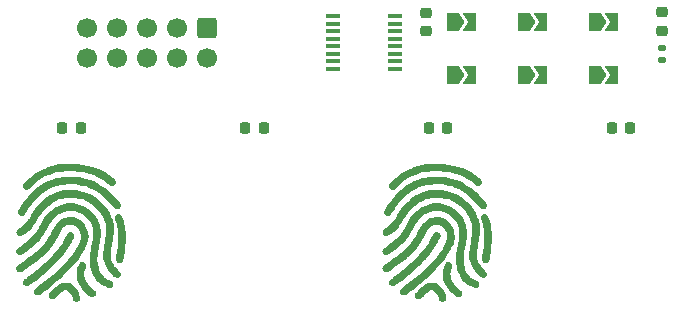
<source format=gbr>
%TF.GenerationSoftware,KiCad,Pcbnew,(6.0.0)*%
%TF.CreationDate,2022-02-23T07:46:14+01:00*%
%TF.ProjectId,4_Touch_Sensor_Board,345f546f-7563-4685-9f53-656e736f725f,rev?*%
%TF.SameCoordinates,Original*%
%TF.FileFunction,Soldermask,Top*%
%TF.FilePolarity,Negative*%
%FSLAX46Y46*%
G04 Gerber Fmt 4.6, Leading zero omitted, Abs format (unit mm)*
G04 Created by KiCad (PCBNEW (6.0.0)) date 2022-02-23 07:46:14*
%MOMM*%
%LPD*%
G01*
G04 APERTURE LIST*
G04 Aperture macros list*
%AMRoundRect*
0 Rectangle with rounded corners*
0 $1 Rounding radius*
0 $2 $3 $4 $5 $6 $7 $8 $9 X,Y pos of 4 corners*
0 Add a 4 corners polygon primitive as box body*
4,1,4,$2,$3,$4,$5,$6,$7,$8,$9,$2,$3,0*
0 Add four circle primitives for the rounded corners*
1,1,$1+$1,$2,$3*
1,1,$1+$1,$4,$5*
1,1,$1+$1,$6,$7*
1,1,$1+$1,$8,$9*
0 Add four rect primitives between the rounded corners*
20,1,$1+$1,$2,$3,$4,$5,0*
20,1,$1+$1,$4,$5,$6,$7,0*
20,1,$1+$1,$6,$7,$8,$9,0*
20,1,$1+$1,$8,$9,$2,$3,0*%
%AMFreePoly0*
4,1,6,1.000000,0.000000,0.500000,-0.750000,-0.500000,-0.750000,-0.500000,0.750000,0.500000,0.750000,1.000000,0.000000,1.000000,0.000000,$1*%
%AMFreePoly1*
4,1,6,0.500000,-0.750000,-0.650000,-0.750000,-0.150000,0.000000,-0.650000,0.750000,0.500000,0.750000,0.500000,-0.750000,0.500000,-0.750000,$1*%
G04 Aperture macros list end*
%ADD10RoundRect,0.225000X-0.225000X-0.250000X0.225000X-0.250000X0.225000X0.250000X-0.225000X0.250000X0*%
%ADD11FreePoly0,0.000000*%
%ADD12FreePoly1,0.000000*%
%ADD13RoundRect,0.135000X0.185000X-0.135000X0.185000X0.135000X-0.185000X0.135000X-0.185000X-0.135000X0*%
%ADD14R,1.200000X0.400000*%
%ADD15RoundRect,0.250000X-0.600000X0.600000X-0.600000X-0.600000X0.600000X-0.600000X0.600000X0.600000X0*%
%ADD16C,1.700000*%
%ADD17RoundRect,0.225000X-0.250000X0.225000X-0.250000X-0.225000X0.250000X-0.225000X0.250000X0.225000X0*%
%ADD18RoundRect,0.218750X0.256250X-0.218750X0.256250X0.218750X-0.256250X0.218750X-0.256250X-0.218750X0*%
G04 APERTURE END LIST*
%TO.C,H1*%
G36*
X87076073Y-77077378D02*
G01*
X87215236Y-77099721D01*
X87219357Y-77100697D01*
X87386188Y-77154523D01*
X87540172Y-77233297D01*
X87681485Y-77337192D01*
X87810300Y-77466382D01*
X87926794Y-77621041D01*
X88031141Y-77801344D01*
X88119058Y-77996239D01*
X88167768Y-78124899D01*
X88201964Y-78232529D01*
X88221996Y-78322462D01*
X88228213Y-78398032D01*
X88220967Y-78462571D01*
X88200606Y-78519414D01*
X88177983Y-78557501D01*
X88117603Y-78621764D01*
X88041768Y-78667577D01*
X87957196Y-78692717D01*
X87870605Y-78694964D01*
X87807623Y-78680009D01*
X87740656Y-78648916D01*
X87687786Y-78608299D01*
X87644988Y-78553197D01*
X87608237Y-78478648D01*
X87579565Y-78398821D01*
X87518464Y-78231761D01*
X87450290Y-78086285D01*
X87375971Y-77963422D01*
X87296435Y-77864206D01*
X87212609Y-77789667D01*
X87125420Y-77740836D01*
X87035797Y-77718745D01*
X86969091Y-77720134D01*
X86885406Y-77742689D01*
X86789382Y-77789647D01*
X86680794Y-77861170D01*
X86559419Y-77957419D01*
X86425031Y-78078555D01*
X86301348Y-78200248D01*
X86233826Y-78267838D01*
X86169928Y-78329781D01*
X86113356Y-78382647D01*
X86067809Y-78423006D01*
X86036986Y-78447427D01*
X86030225Y-78451646D01*
X85965638Y-78472754D01*
X85888811Y-78478445D01*
X85811393Y-78468914D01*
X85749779Y-78446932D01*
X85673404Y-78391545D01*
X85616939Y-78317823D01*
X85582936Y-78230082D01*
X85573595Y-78148646D01*
X85577890Y-78102926D01*
X85592138Y-78056227D01*
X85618384Y-78005560D01*
X85658673Y-77947935D01*
X85715052Y-77880365D01*
X85789565Y-77799860D01*
X85865203Y-77722530D01*
X86039021Y-77555827D01*
X86203643Y-77414990D01*
X86360457Y-77299379D01*
X86510854Y-77208356D01*
X86656225Y-77141282D01*
X86797958Y-77097520D01*
X86937444Y-77076432D01*
X87076073Y-77077378D01*
G37*
G36*
X87659159Y-70372746D02*
G01*
X87917152Y-70410846D01*
X88172964Y-70476669D01*
X88213483Y-70489771D01*
X88452036Y-70582915D01*
X88681692Y-70699762D01*
X88899863Y-70838079D01*
X89103964Y-70995631D01*
X89291409Y-71170186D01*
X89459612Y-71359510D01*
X89605987Y-71561371D01*
X89727947Y-71773533D01*
X89748389Y-71815337D01*
X89828427Y-72004113D01*
X89889990Y-72196534D01*
X89933791Y-72396751D01*
X89960544Y-72608912D01*
X89970960Y-72837167D01*
X89965951Y-73081616D01*
X89960685Y-73169319D01*
X89953035Y-73258957D01*
X89942477Y-73354111D01*
X89928485Y-73458362D01*
X89910533Y-73575291D01*
X89888097Y-73708478D01*
X89860651Y-73861505D01*
X89827670Y-74037951D01*
X89818867Y-74084213D01*
X89789178Y-74240191D01*
X89764464Y-74371703D01*
X89744271Y-74482303D01*
X89728141Y-74575543D01*
X89715619Y-74654976D01*
X89706249Y-74724154D01*
X89699576Y-74786631D01*
X89695142Y-74845958D01*
X89692493Y-74905688D01*
X89691173Y-74969374D01*
X89690725Y-75040569D01*
X89690686Y-75083090D01*
X89691032Y-75185751D01*
X89692457Y-75266527D01*
X89695516Y-75332067D01*
X89700763Y-75389020D01*
X89708752Y-75444036D01*
X89720040Y-75503763D01*
X89729554Y-75548939D01*
X89785125Y-75772270D01*
X89850914Y-75974999D01*
X89926111Y-76155003D01*
X90009910Y-76310159D01*
X90032586Y-76345535D01*
X90125645Y-76471884D01*
X90226178Y-76579965D01*
X90338742Y-76673262D01*
X90467894Y-76755259D01*
X90618190Y-76829440D01*
X90721053Y-76871895D01*
X90807129Y-76906969D01*
X90870915Y-76937585D01*
X90917551Y-76967173D01*
X90952175Y-76999160D01*
X90979927Y-77036975D01*
X90987507Y-77049668D01*
X91024009Y-77138998D01*
X91033109Y-77229597D01*
X91015128Y-77317692D01*
X90970390Y-77399505D01*
X90956138Y-77417283D01*
X90887860Y-77479388D01*
X90809902Y-77516505D01*
X90720821Y-77528860D01*
X90619176Y-77516679D01*
X90518675Y-77486028D01*
X90290083Y-77388851D01*
X90085291Y-77277514D01*
X89902444Y-77150357D01*
X89739685Y-77005721D01*
X89595159Y-76841944D01*
X89467010Y-76657368D01*
X89353382Y-76450333D01*
X89347733Y-76438708D01*
X89245107Y-76198454D01*
X89161647Y-75944475D01*
X89098466Y-75682358D01*
X89056677Y-75417693D01*
X89037392Y-75156068D01*
X89041725Y-74903075D01*
X89041779Y-74902282D01*
X89049256Y-74806011D01*
X89059019Y-74709091D01*
X89071701Y-74607344D01*
X89087935Y-74496595D01*
X89108354Y-74372665D01*
X89133591Y-74231379D01*
X89164279Y-74068559D01*
X89181978Y-73977191D01*
X89213855Y-73812685D01*
X89240408Y-73672310D01*
X89262115Y-73552251D01*
X89279454Y-73448696D01*
X89292902Y-73357830D01*
X89302936Y-73275841D01*
X89310034Y-73198916D01*
X89314672Y-73123240D01*
X89317330Y-73045001D01*
X89318483Y-72960385D01*
X89318644Y-72885562D01*
X89317316Y-72750745D01*
X89313046Y-72638405D01*
X89304919Y-72542548D01*
X89292020Y-72457185D01*
X89273433Y-72376322D01*
X89248241Y-72293968D01*
X89215530Y-72204132D01*
X89213849Y-72199770D01*
X89129363Y-72019162D01*
X89019736Y-71846192D01*
X88887859Y-71683149D01*
X88736623Y-71532320D01*
X88568921Y-71395994D01*
X88387645Y-71276461D01*
X88195686Y-71176007D01*
X87995936Y-71096923D01*
X87791287Y-71041495D01*
X87737148Y-71031157D01*
X87621712Y-71016726D01*
X87490651Y-71009665D01*
X87353998Y-71009875D01*
X87221787Y-71017255D01*
X87104052Y-71031708D01*
X87071463Y-71037731D01*
X86854252Y-71093983D01*
X86649865Y-71172219D01*
X86455620Y-71273925D01*
X86268833Y-71400587D01*
X86086821Y-71553691D01*
X86014723Y-71622697D01*
X85910785Y-71729930D01*
X85816423Y-71837247D01*
X85728887Y-71948743D01*
X85645426Y-72068513D01*
X85563288Y-72200652D01*
X85479724Y-72349253D01*
X85391982Y-72518412D01*
X85334067Y-72635843D01*
X85235654Y-72829056D01*
X85136883Y-73001909D01*
X85033096Y-73160954D01*
X84919631Y-73312746D01*
X84791831Y-73463838D01*
X84645034Y-73620782D01*
X84604358Y-73662168D01*
X84439341Y-73821130D01*
X84254064Y-73986324D01*
X84054545Y-74152843D01*
X83846801Y-74315781D01*
X83636849Y-74470230D01*
X83482629Y-74576826D01*
X83388261Y-74638307D01*
X83311385Y-74683296D01*
X83247335Y-74713291D01*
X83191444Y-74729785D01*
X83139047Y-74734276D01*
X83085478Y-74728260D01*
X83042432Y-74717948D01*
X82975908Y-74685994D01*
X82915378Y-74632415D01*
X82865823Y-74564106D01*
X82832222Y-74487963D01*
X82819556Y-74410882D01*
X82819550Y-74409322D01*
X82825180Y-74348175D01*
X82843845Y-74292383D01*
X82878214Y-74238564D01*
X82930953Y-74183332D01*
X83004729Y-74123304D01*
X83094817Y-74060033D01*
X83318192Y-73904738D01*
X83533844Y-73743733D01*
X83738143Y-73580062D01*
X83927455Y-73416764D01*
X84098148Y-73256882D01*
X84246592Y-73103456D01*
X84275521Y-73071302D01*
X84356688Y-72978102D01*
X84426362Y-72893641D01*
X84487778Y-72812954D01*
X84544174Y-72731078D01*
X84598784Y-72643051D01*
X84654844Y-72543910D01*
X84715590Y-72428690D01*
X84784257Y-72292429D01*
X84787331Y-72286236D01*
X84888220Y-72088725D01*
X84984114Y-71914089D01*
X85078051Y-71757815D01*
X85173069Y-71615394D01*
X85272206Y-71482313D01*
X85378500Y-71354062D01*
X85494987Y-71226129D01*
X85516052Y-71204056D01*
X85718133Y-71012649D01*
X85933141Y-70844965D01*
X86159398Y-70701447D01*
X86395226Y-70582541D01*
X86638945Y-70488692D01*
X86888877Y-70420343D01*
X87143343Y-70377939D01*
X87400663Y-70361925D01*
X87659159Y-70372746D01*
G37*
G36*
X88490674Y-75333553D02*
G01*
X88572876Y-75365758D01*
X88635922Y-75413727D01*
X88694247Y-75488824D01*
X88725760Y-75571212D01*
X88730560Y-75661828D01*
X88708745Y-75761611D01*
X88680145Y-75832247D01*
X88640143Y-75923280D01*
X88611833Y-76004536D01*
X88593445Y-76084656D01*
X88583208Y-76172277D01*
X88579348Y-76276039D01*
X88579196Y-76324550D01*
X88580171Y-76410386D01*
X88583035Y-76475927D01*
X88588781Y-76529403D01*
X88598399Y-76579045D01*
X88612882Y-76633083D01*
X88618738Y-76652753D01*
X88666514Y-76790485D01*
X88725239Y-76920878D01*
X88797043Y-77046705D01*
X88884056Y-77170741D01*
X88988411Y-77295760D01*
X89112238Y-77424535D01*
X89257668Y-77559841D01*
X89426404Y-77704098D01*
X89482884Y-77756189D01*
X89528306Y-77808488D01*
X89551264Y-77844077D01*
X89578760Y-77928013D01*
X89580957Y-78015312D01*
X89559546Y-78100066D01*
X89516221Y-78176367D01*
X89452672Y-78238308D01*
X89434966Y-78250155D01*
X89355825Y-78284923D01*
X89269397Y-78299184D01*
X89184933Y-78292179D01*
X89133342Y-78274883D01*
X89079646Y-78243673D01*
X89010913Y-78194358D01*
X88930861Y-78130339D01*
X88843209Y-78055021D01*
X88751678Y-77971808D01*
X88659985Y-77884103D01*
X88571850Y-77795309D01*
X88490992Y-77708830D01*
X88421129Y-77628070D01*
X88405537Y-77608820D01*
X88267481Y-77415781D01*
X88150022Y-77210127D01*
X88055174Y-76996273D01*
X87984952Y-76778634D01*
X87948092Y-76606189D01*
X87937257Y-76511443D01*
X87931863Y-76399232D01*
X87931718Y-76278560D01*
X87936631Y-76158428D01*
X87946411Y-76047841D01*
X87960864Y-75955802D01*
X87962058Y-75950235D01*
X87999054Y-75805242D01*
X88042685Y-75675464D01*
X88091571Y-75563822D01*
X88144330Y-75473240D01*
X88199582Y-75406641D01*
X88231018Y-75380963D01*
X88313868Y-75340680D01*
X88402379Y-75325036D01*
X88490674Y-75333553D01*
G37*
G36*
X87517514Y-72824346D02*
G01*
X87595652Y-72855813D01*
X87658690Y-72910223D01*
X87703960Y-72978535D01*
X87729212Y-73035601D01*
X87741931Y-73090954D01*
X87741462Y-73149529D01*
X87727147Y-73216260D01*
X87698330Y-73296082D01*
X87654354Y-73393930D01*
X87646520Y-73410240D01*
X87524143Y-73646090D01*
X87382464Y-73886798D01*
X87220402Y-74133893D01*
X87036882Y-74388906D01*
X86830823Y-74653366D01*
X86601148Y-74928805D01*
X86472843Y-75075955D01*
X86387904Y-75169404D01*
X86285474Y-75277792D01*
X86169503Y-75397227D01*
X86043942Y-75523815D01*
X85912743Y-75653663D01*
X85779857Y-75782877D01*
X85649235Y-75907563D01*
X85524828Y-76023828D01*
X85410587Y-76127778D01*
X85359550Y-76173010D01*
X85230797Y-76284105D01*
X85088130Y-76404004D01*
X84935481Y-76529613D01*
X84776778Y-76657835D01*
X84615952Y-76785574D01*
X84456934Y-76909735D01*
X84303653Y-77027220D01*
X84160039Y-77134934D01*
X84030023Y-77229781D01*
X83920836Y-77306410D01*
X83830155Y-77357902D01*
X83745238Y-77383216D01*
X83662305Y-77383071D01*
X83600786Y-77367281D01*
X83517593Y-77323680D01*
X83452983Y-77261511D01*
X83408930Y-77185413D01*
X83387410Y-77100028D01*
X83390398Y-77009996D01*
X83414899Y-76930543D01*
X83426312Y-76906059D01*
X83438259Y-76884834D01*
X83453678Y-76864263D01*
X83475501Y-76841740D01*
X83506665Y-76814661D01*
X83550103Y-76780421D01*
X83608751Y-76736413D01*
X83685543Y-76680033D01*
X83750322Y-76632789D01*
X84155932Y-76328066D01*
X84544618Y-76017580D01*
X84914817Y-75702805D01*
X85264967Y-75385215D01*
X85593507Y-75066283D01*
X85898874Y-74747483D01*
X86179507Y-74430288D01*
X86433844Y-74116172D01*
X86475445Y-74061744D01*
X86616910Y-73869903D01*
X86740990Y-73690111D01*
X86851874Y-73515740D01*
X86953751Y-73340158D01*
X87050810Y-73156734D01*
X87064775Y-73129009D01*
X87106316Y-73046664D01*
X87138255Y-72985746D01*
X87163470Y-72942016D01*
X87184842Y-72911237D01*
X87205249Y-72889169D01*
X87227572Y-72871575D01*
X87249162Y-72857615D01*
X87291823Y-72833734D01*
X87329929Y-72820568D01*
X87375492Y-72815093D01*
X87421517Y-72814213D01*
X87517514Y-72824346D01*
G37*
G36*
X87515946Y-69249392D02*
G01*
X87623448Y-69251555D01*
X87723450Y-69254935D01*
X87809650Y-69259302D01*
X87875746Y-69264429D01*
X87892416Y-69266292D01*
X88202833Y-69317001D01*
X88504163Y-69389767D01*
X88792814Y-69483479D01*
X89065195Y-69597030D01*
X89226629Y-69678150D01*
X89488661Y-69835332D01*
X89737900Y-70016746D01*
X89972607Y-70220310D01*
X90191044Y-70443945D01*
X90391473Y-70685570D01*
X90572157Y-70943106D01*
X90731357Y-71214472D01*
X90867336Y-71497588D01*
X90969612Y-71764218D01*
X91024007Y-71957558D01*
X91060037Y-72163356D01*
X91077968Y-72384392D01*
X91078068Y-72623443D01*
X91068467Y-72792809D01*
X91061322Y-72881145D01*
X91053700Y-72964996D01*
X91045082Y-73048360D01*
X91034951Y-73135233D01*
X91022786Y-73229612D01*
X91008069Y-73335493D01*
X90990282Y-73456875D01*
X90968904Y-73597752D01*
X90943418Y-73762124D01*
X90938797Y-73791685D01*
X90905861Y-74005635D01*
X90878267Y-74194051D01*
X90856026Y-74359434D01*
X90839149Y-74504287D01*
X90827646Y-74631112D01*
X90821527Y-74742412D01*
X90820803Y-74840689D01*
X90825483Y-74928444D01*
X90835578Y-75008181D01*
X90851099Y-75082401D01*
X90872055Y-75153607D01*
X90898457Y-75224301D01*
X90930316Y-75296984D01*
X90945130Y-75328301D01*
X91000397Y-75435522D01*
X91061327Y-75537695D01*
X91131088Y-75639038D01*
X91212847Y-75743768D01*
X91309772Y-75856105D01*
X91425029Y-75980268D01*
X91468631Y-76025593D01*
X91537444Y-76098017D01*
X91587670Y-76154497D01*
X91621878Y-76198245D01*
X91642631Y-76232476D01*
X91650931Y-76253907D01*
X91666186Y-76351278D01*
X91654686Y-76439329D01*
X91615992Y-76519783D01*
X91568810Y-76576226D01*
X91491584Y-76635312D01*
X91406347Y-76667841D01*
X91316270Y-76673207D01*
X91224525Y-76650806D01*
X91210112Y-76644698D01*
X91168453Y-76619069D01*
X91111439Y-76572497D01*
X91038362Y-76504367D01*
X90967528Y-76433589D01*
X90780486Y-76231052D01*
X90620349Y-76032704D01*
X90486114Y-75836757D01*
X90376779Y-75641428D01*
X90291342Y-75444930D01*
X90228801Y-75245477D01*
X90188897Y-75046370D01*
X90179300Y-74969247D01*
X90173295Y-74889478D01*
X90171097Y-74804329D01*
X90172923Y-74711065D01*
X90178987Y-74606952D01*
X90189506Y-74489254D01*
X90204694Y-74355237D01*
X90224768Y-74202167D01*
X90249943Y-74027309D01*
X90280435Y-73827928D01*
X90289489Y-73770281D01*
X90326964Y-73528340D01*
X90358790Y-73312081D01*
X90385047Y-73119227D01*
X90405817Y-72947502D01*
X90421178Y-72794630D01*
X90431210Y-72658333D01*
X90435995Y-72536336D01*
X90435612Y-72426361D01*
X90430140Y-72326132D01*
X90419661Y-72233373D01*
X90404254Y-72145808D01*
X90383999Y-72061158D01*
X90358977Y-71977149D01*
X90353183Y-71959552D01*
X90262123Y-71725710D01*
X90146294Y-71491950D01*
X90008991Y-71263530D01*
X89853511Y-71045712D01*
X89683149Y-70843754D01*
X89598875Y-70755808D01*
X89390864Y-70565291D01*
X89171887Y-70399287D01*
X88940386Y-70257047D01*
X88694802Y-70137819D01*
X88433580Y-70040850D01*
X88155161Y-69965391D01*
X87857987Y-69910689D01*
X87842472Y-69908466D01*
X87757634Y-69899770D01*
X87651513Y-69893958D01*
X87531213Y-69890973D01*
X87403838Y-69890757D01*
X87276492Y-69893253D01*
X87156281Y-69898405D01*
X87050307Y-69906156D01*
X86972022Y-69915451D01*
X86708469Y-69967101D01*
X86457426Y-70039904D01*
X86217877Y-70134620D01*
X85988802Y-70252012D01*
X85769182Y-70392839D01*
X85558001Y-70557863D01*
X85354239Y-70747844D01*
X85156878Y-70963543D01*
X84964900Y-71205722D01*
X84777287Y-71475141D01*
X84680128Y-71627853D01*
X84579387Y-71789418D01*
X84489776Y-71929447D01*
X84408686Y-72051422D01*
X84333511Y-72158823D01*
X84261643Y-72255131D01*
X84190476Y-72343828D01*
X84117402Y-72428393D01*
X84039815Y-72512309D01*
X83955107Y-72599056D01*
X83945684Y-72608479D01*
X83857416Y-72692484D01*
X83759435Y-72778739D01*
X83656894Y-72863226D01*
X83554948Y-72941925D01*
X83458750Y-73010819D01*
X83373453Y-73065889D01*
X83322782Y-73094168D01*
X83224323Y-73131160D01*
X83130054Y-73140931D01*
X83041951Y-73123787D01*
X82961991Y-73080031D01*
X82908895Y-73030323D01*
X82862091Y-72960176D01*
X82838726Y-72880620D01*
X82836599Y-72792587D01*
X82845873Y-72730570D01*
X82866217Y-72677130D01*
X82901136Y-72627681D01*
X82954134Y-72577637D01*
X83028716Y-72522410D01*
X83058142Y-72502610D01*
X83283021Y-72337492D01*
X83492351Y-72149724D01*
X83687352Y-71938139D01*
X83808155Y-71785737D01*
X83842593Y-71737371D01*
X83887988Y-71670192D01*
X83940635Y-71589872D01*
X83996831Y-71502082D01*
X84052870Y-71412495D01*
X84068146Y-71387669D01*
X84244572Y-71110849D01*
X84418955Y-70859975D01*
X84593194Y-70632725D01*
X84769187Y-70426780D01*
X84948831Y-70239818D01*
X85134024Y-70069519D01*
X85174045Y-70035448D01*
X85417241Y-69849714D01*
X85676326Y-69687379D01*
X85950110Y-69548971D01*
X86237406Y-69435023D01*
X86537024Y-69346066D01*
X86847777Y-69282631D01*
X86865000Y-69279919D01*
X86940497Y-69269080D01*
X87012183Y-69260977D01*
X87086330Y-69255249D01*
X87169208Y-69251535D01*
X87267089Y-69249473D01*
X87386242Y-69248702D01*
X87407247Y-69248675D01*
X87515946Y-69249392D01*
G37*
G36*
X91520370Y-71273738D02*
G01*
X91606557Y-71299380D01*
X91685529Y-71349886D01*
X91713380Y-71376292D01*
X91747086Y-71423208D01*
X91783884Y-71494661D01*
X91822508Y-71586980D01*
X91861693Y-71696499D01*
X91900173Y-71819548D01*
X91936682Y-71952458D01*
X91969956Y-72091562D01*
X91985645Y-72165553D01*
X92044092Y-72518991D01*
X92079753Y-72888639D01*
X92092653Y-73273557D01*
X92082817Y-73672804D01*
X92050272Y-74085441D01*
X91995042Y-74510527D01*
X91917154Y-74947121D01*
X91909619Y-74984098D01*
X91888115Y-75083515D01*
X91868788Y-75159598D01*
X91849865Y-75217278D01*
X91829569Y-75261485D01*
X91806123Y-75297150D01*
X91789932Y-75316361D01*
X91727926Y-75365172D01*
X91649907Y-75397863D01*
X91564683Y-75412395D01*
X91481063Y-75406732D01*
X91444259Y-75396308D01*
X91367643Y-75353573D01*
X91305201Y-75290263D01*
X91261269Y-75212592D01*
X91240184Y-75126775D01*
X91238965Y-75102068D01*
X91241911Y-75060929D01*
X91250136Y-75000705D01*
X91262311Y-74930077D01*
X91274477Y-74869731D01*
X91346161Y-74487445D01*
X91400280Y-74085875D01*
X91436361Y-73668589D01*
X91439292Y-73620449D01*
X91447992Y-73356120D01*
X91443824Y-73090971D01*
X91427321Y-72829218D01*
X91399014Y-72575076D01*
X91359436Y-72332760D01*
X91309119Y-72106486D01*
X91248594Y-71900469D01*
X91208293Y-71790078D01*
X91171536Y-71680341D01*
X91155900Y-71586998D01*
X91161809Y-71506792D01*
X91189688Y-71436463D01*
X91239962Y-71372754D01*
X91265850Y-71348896D01*
X91345284Y-71298206D01*
X91431702Y-71273250D01*
X91520370Y-71273738D01*
G37*
G36*
X87625246Y-67009621D02*
G01*
X87777769Y-67014491D01*
X87915931Y-67021871D01*
X88033618Y-67031762D01*
X88042247Y-67032693D01*
X88454781Y-67090713D01*
X88852045Y-67172531D01*
X89235219Y-67278626D01*
X89605483Y-67409474D01*
X89964018Y-67565551D01*
X90312003Y-67747336D01*
X90650617Y-67955305D01*
X90981043Y-68189936D01*
X91065363Y-68255056D01*
X91144812Y-68324414D01*
X91199935Y-68389857D01*
X91233756Y-68455621D01*
X91247308Y-68509945D01*
X91247956Y-68603365D01*
X91223137Y-68689520D01*
X91175751Y-68764292D01*
X91108695Y-68823560D01*
X91024870Y-68863206D01*
X90992861Y-68871527D01*
X90938581Y-68879585D01*
X90888680Y-68878129D01*
X90838338Y-68865262D01*
X90782737Y-68839085D01*
X90717059Y-68797698D01*
X90636483Y-68739203D01*
X90614373Y-68722392D01*
X90308411Y-68503095D01*
X89998842Y-68311060D01*
X89683127Y-68145031D01*
X89358726Y-68003749D01*
X89023102Y-67885958D01*
X88791404Y-67819741D01*
X88438986Y-67740738D01*
X88079215Y-67685282D01*
X87715404Y-67653315D01*
X87350867Y-67644781D01*
X86988917Y-67659623D01*
X86632867Y-67697783D01*
X86286032Y-67759205D01*
X85951723Y-67843833D01*
X85866124Y-67869991D01*
X85571890Y-67974742D01*
X85286449Y-68099004D01*
X85012727Y-68240942D01*
X84753653Y-68398721D01*
X84512152Y-68570505D01*
X84291152Y-68754459D01*
X84093580Y-68948747D01*
X84026317Y-69023677D01*
X83968751Y-69087146D01*
X83916209Y-69139404D01*
X83873155Y-69176208D01*
X83850401Y-69190822D01*
X83792631Y-69209582D01*
X83722967Y-69219514D01*
X83653979Y-69219719D01*
X83598239Y-69209297D01*
X83597247Y-69208938D01*
X83516296Y-69164947D01*
X83452677Y-69101522D01*
X83409007Y-69023679D01*
X83387903Y-68936437D01*
X83391982Y-68844815D01*
X83396610Y-68824215D01*
X83414761Y-68775022D01*
X83446134Y-68719781D01*
X83492706Y-68655920D01*
X83556455Y-68580865D01*
X83639356Y-68492043D01*
X83697135Y-68433062D01*
X83945179Y-68201972D01*
X84211753Y-67989953D01*
X84498591Y-67795766D01*
X84807426Y-67618173D01*
X84917191Y-67561631D01*
X85210709Y-67425512D01*
X85508600Y-67309643D01*
X85815095Y-67212807D01*
X86134424Y-67133782D01*
X86470821Y-67071349D01*
X86750843Y-67033024D01*
X86861162Y-67022867D01*
X86993798Y-67015210D01*
X87142637Y-67010056D01*
X87301567Y-67007405D01*
X87464474Y-67007260D01*
X87625246Y-67009621D01*
G37*
G36*
X87557079Y-71525570D02*
G01*
X87732414Y-71551543D01*
X87908754Y-71602942D01*
X88075997Y-71676104D01*
X88249274Y-71781371D01*
X88404937Y-71908936D01*
X88542725Y-72058438D01*
X88662374Y-72229514D01*
X88763621Y-72421805D01*
X88846203Y-72634948D01*
X88893857Y-72800719D01*
X88919951Y-72941547D01*
X88933362Y-73098161D01*
X88933994Y-73260737D01*
X88921751Y-73419447D01*
X88901126Y-73544075D01*
X88839120Y-73773343D01*
X88749995Y-74011313D01*
X88633794Y-74257930D01*
X88490560Y-74513135D01*
X88320336Y-74776871D01*
X88123165Y-75049081D01*
X87899091Y-75329708D01*
X87648155Y-75618695D01*
X87370401Y-75915984D01*
X87065872Y-76221518D01*
X86734610Y-76535241D01*
X86493989Y-76753323D01*
X86234821Y-76979924D01*
X85958683Y-77213286D01*
X85673771Y-77446716D01*
X85388281Y-77673519D01*
X85110412Y-77886999D01*
X85054944Y-77928651D01*
X84954836Y-78002735D01*
X84873426Y-78060606D01*
X84807148Y-78103906D01*
X84752433Y-78134276D01*
X84705716Y-78153358D01*
X84663430Y-78162793D01*
X84622007Y-78164224D01*
X84577882Y-78159290D01*
X84560449Y-78156235D01*
X84474975Y-78126314D01*
X84402845Y-78072142D01*
X84347130Y-77996095D01*
X84342837Y-77987887D01*
X84310683Y-77900676D01*
X84305814Y-77816300D01*
X84328144Y-77729522D01*
X84338094Y-77706563D01*
X84352228Y-77679189D01*
X84369502Y-77653921D01*
X84393460Y-77627465D01*
X84427646Y-77596527D01*
X84475604Y-77557813D01*
X84540879Y-77508031D01*
X84596081Y-77466833D01*
X84932135Y-77211889D01*
X85262281Y-76950993D01*
X85584288Y-76686176D01*
X85895921Y-76419468D01*
X86194946Y-76152899D01*
X86479129Y-75888499D01*
X86746237Y-75628298D01*
X86994035Y-75374327D01*
X87220291Y-75128615D01*
X87406782Y-74912460D01*
X87597903Y-74673474D01*
X87766904Y-74442374D01*
X87913328Y-74219988D01*
X88036721Y-74007145D01*
X88136625Y-73804672D01*
X88212587Y-73613399D01*
X88264150Y-73434151D01*
X88285629Y-73315175D01*
X88294766Y-73210454D01*
X88292286Y-73111951D01*
X88277347Y-73008713D01*
X88254604Y-72910502D01*
X88199158Y-72741411D01*
X88126625Y-72591702D01*
X88038287Y-72462531D01*
X87935427Y-72355058D01*
X87819327Y-72270441D01*
X87691270Y-72209838D01*
X87552538Y-72174406D01*
X87429060Y-72164944D01*
X87271385Y-72178875D01*
X87120136Y-72220145D01*
X86976885Y-72287968D01*
X86843206Y-72381558D01*
X86720673Y-72500132D01*
X86693048Y-72532281D01*
X86654332Y-72583800D01*
X86612433Y-72649572D01*
X86565336Y-72733086D01*
X86511027Y-72837826D01*
X86477795Y-72904841D01*
X86337043Y-73182680D01*
X86198989Y-73435456D01*
X86061743Y-73666276D01*
X85923415Y-73878247D01*
X85782114Y-74074473D01*
X85708022Y-74169831D01*
X85642470Y-74247842D01*
X85559688Y-74339791D01*
X85464198Y-74441139D01*
X85360522Y-74547348D01*
X85253181Y-74653879D01*
X85146697Y-74756194D01*
X85045592Y-74849754D01*
X84954386Y-74930021D01*
X84931461Y-74949311D01*
X84866512Y-75002102D01*
X84785106Y-75066325D01*
X84689717Y-75140163D01*
X84582823Y-75221799D01*
X84466898Y-75309414D01*
X84344420Y-75401193D01*
X84217865Y-75495317D01*
X84089707Y-75589969D01*
X83962425Y-75683331D01*
X83838493Y-75773586D01*
X83720388Y-75858917D01*
X83610585Y-75937507D01*
X83511562Y-76007537D01*
X83425793Y-76067191D01*
X83355756Y-76114651D01*
X83303926Y-76148099D01*
X83276936Y-76163701D01*
X83205772Y-76185653D01*
X83123673Y-76187970D01*
X83040054Y-76171029D01*
X82994333Y-76152410D01*
X82920789Y-76101325D01*
X82867419Y-76034617D01*
X82834702Y-75957315D01*
X82823117Y-75874449D01*
X82833143Y-75791048D01*
X82865257Y-75712144D01*
X82919940Y-75642764D01*
X82943870Y-75622151D01*
X82969035Y-75603310D01*
X83014055Y-75570399D01*
X83075522Y-75525878D01*
X83150028Y-75472207D01*
X83234162Y-75411845D01*
X83324516Y-75347252D01*
X83354663Y-75325751D01*
X83567959Y-75173066D01*
X83759503Y-75034484D01*
X83931350Y-74908370D01*
X84085559Y-74793091D01*
X84224185Y-74687015D01*
X84349285Y-74588508D01*
X84462916Y-74495938D01*
X84567135Y-74407669D01*
X84664000Y-74322071D01*
X84755566Y-74237509D01*
X84843890Y-74152351D01*
X84889345Y-74107165D01*
X85018494Y-73973962D01*
X85135415Y-73845126D01*
X85242764Y-73716800D01*
X85343195Y-73585127D01*
X85439363Y-73446250D01*
X85533925Y-73296310D01*
X85629535Y-73131452D01*
X85728848Y-72947817D01*
X85834520Y-72741548D01*
X85848137Y-72714326D01*
X85919957Y-72572368D01*
X85982853Y-72452937D01*
X86039198Y-72352351D01*
X86091366Y-72266928D01*
X86141731Y-72192986D01*
X86192666Y-72126845D01*
X86246545Y-72064822D01*
X86305741Y-72003236D01*
X86308140Y-72000843D01*
X86474514Y-71853022D01*
X86649736Y-71732335D01*
X86833813Y-71638778D01*
X87026754Y-71572347D01*
X87228567Y-71533039D01*
X87439262Y-71520851D01*
X87557079Y-71525570D01*
G37*
G36*
X87890476Y-68131097D02*
G01*
X88191474Y-68165738D01*
X88341910Y-68191173D01*
X88687515Y-68270950D01*
X89028052Y-68378490D01*
X89363699Y-68513879D01*
X89694638Y-68677203D01*
X90021047Y-68868548D01*
X90343105Y-69088000D01*
X90557495Y-69251561D01*
X90656752Y-69334195D01*
X90764483Y-69430265D01*
X90877660Y-69536570D01*
X90993257Y-69649909D01*
X91108247Y-69767082D01*
X91219605Y-69884888D01*
X91324303Y-70000127D01*
X91419315Y-70109599D01*
X91501614Y-70210102D01*
X91568173Y-70298435D01*
X91615174Y-70370044D01*
X91653853Y-70461098D01*
X91664765Y-70552397D01*
X91648289Y-70640862D01*
X91604802Y-70723414D01*
X91566208Y-70768522D01*
X91490148Y-70826935D01*
X91406663Y-70857950D01*
X91316745Y-70861282D01*
X91271971Y-70853061D01*
X91218312Y-70835227D01*
X91170232Y-70808176D01*
X91122654Y-70767742D01*
X91070498Y-70709758D01*
X91022285Y-70648227D01*
X90816887Y-70395138D01*
X90591135Y-70152368D01*
X90348289Y-69922457D01*
X90091611Y-69707943D01*
X89824361Y-69511368D01*
X89549802Y-69335270D01*
X89271194Y-69182190D01*
X88991799Y-69054666D01*
X88958955Y-69041432D01*
X88688223Y-68943219D01*
X88424780Y-68867501D01*
X88160974Y-68812698D01*
X87889154Y-68777231D01*
X87601667Y-68759517D01*
X87592753Y-68759244D01*
X87234697Y-68761116D01*
X86888315Y-68788276D01*
X86554057Y-68840585D01*
X86232373Y-68917904D01*
X85923712Y-69020094D01*
X85628526Y-69147017D01*
X85347263Y-69298533D01*
X85080373Y-69474502D01*
X84945730Y-69576973D01*
X84801049Y-69701239D01*
X84648044Y-69848977D01*
X84489148Y-70017224D01*
X84326792Y-70203017D01*
X84163406Y-70403391D01*
X84001422Y-70615385D01*
X83843271Y-70836033D01*
X83691385Y-71062374D01*
X83573539Y-71249613D01*
X83518234Y-71325959D01*
X83458313Y-71377381D01*
X83387983Y-71407473D01*
X83301453Y-71419825D01*
X83298871Y-71419945D01*
X83236279Y-71420500D01*
X83190135Y-71414272D01*
X83148770Y-71399347D01*
X83136390Y-71393317D01*
X83064177Y-71341629D01*
X83009594Y-71271993D01*
X82975106Y-71190444D01*
X82963177Y-71103019D01*
X82976274Y-71015754D01*
X82978919Y-71007663D01*
X83001874Y-70955555D01*
X83040915Y-70884092D01*
X83094107Y-70796043D01*
X83159511Y-70694181D01*
X83235191Y-70581278D01*
X83319210Y-70460104D01*
X83409631Y-70333433D01*
X83504518Y-70204034D01*
X83601933Y-70074680D01*
X83699939Y-69948143D01*
X83796599Y-69827193D01*
X83845511Y-69767640D01*
X84091407Y-69491398D01*
X84349304Y-69241004D01*
X84619591Y-69016234D01*
X84902655Y-68816867D01*
X85198882Y-68642682D01*
X85508661Y-68493456D01*
X85832379Y-68368968D01*
X86170423Y-68268995D01*
X86523180Y-68193315D01*
X86621972Y-68176865D01*
X86936533Y-68137671D01*
X87256884Y-68117013D01*
X87576905Y-68114838D01*
X87890476Y-68131097D01*
G37*
%TO.C,H3*%
G36*
X122520370Y-71273738D02*
G01*
X122606557Y-71299380D01*
X122685529Y-71349886D01*
X122713380Y-71376292D01*
X122747086Y-71423208D01*
X122783884Y-71494661D01*
X122822508Y-71586980D01*
X122861693Y-71696499D01*
X122900173Y-71819548D01*
X122936682Y-71952458D01*
X122969956Y-72091562D01*
X122985645Y-72165553D01*
X123044092Y-72518991D01*
X123079753Y-72888639D01*
X123092653Y-73273557D01*
X123082817Y-73672804D01*
X123050272Y-74085441D01*
X122995042Y-74510527D01*
X122917154Y-74947121D01*
X122909619Y-74984098D01*
X122888115Y-75083515D01*
X122868788Y-75159598D01*
X122849865Y-75217278D01*
X122829569Y-75261485D01*
X122806123Y-75297150D01*
X122789932Y-75316361D01*
X122727926Y-75365172D01*
X122649907Y-75397863D01*
X122564683Y-75412395D01*
X122481063Y-75406732D01*
X122444259Y-75396308D01*
X122367643Y-75353573D01*
X122305201Y-75290263D01*
X122261269Y-75212592D01*
X122240184Y-75126775D01*
X122238965Y-75102068D01*
X122241911Y-75060929D01*
X122250136Y-75000705D01*
X122262311Y-74930077D01*
X122274477Y-74869731D01*
X122346161Y-74487445D01*
X122400280Y-74085875D01*
X122436361Y-73668589D01*
X122439292Y-73620449D01*
X122447992Y-73356120D01*
X122443824Y-73090971D01*
X122427321Y-72829218D01*
X122399014Y-72575076D01*
X122359436Y-72332760D01*
X122309119Y-72106486D01*
X122248594Y-71900469D01*
X122208293Y-71790078D01*
X122171536Y-71680341D01*
X122155900Y-71586998D01*
X122161809Y-71506792D01*
X122189688Y-71436463D01*
X122239962Y-71372754D01*
X122265850Y-71348896D01*
X122345284Y-71298206D01*
X122431702Y-71273250D01*
X122520370Y-71273738D01*
G37*
G36*
X119490674Y-75333553D02*
G01*
X119572876Y-75365758D01*
X119635922Y-75413727D01*
X119694247Y-75488824D01*
X119725760Y-75571212D01*
X119730560Y-75661828D01*
X119708745Y-75761611D01*
X119680145Y-75832247D01*
X119640143Y-75923280D01*
X119611833Y-76004536D01*
X119593445Y-76084656D01*
X119583208Y-76172277D01*
X119579348Y-76276039D01*
X119579196Y-76324550D01*
X119580171Y-76410386D01*
X119583035Y-76475927D01*
X119588781Y-76529403D01*
X119598399Y-76579045D01*
X119612882Y-76633083D01*
X119618738Y-76652753D01*
X119666514Y-76790485D01*
X119725239Y-76920878D01*
X119797043Y-77046705D01*
X119884056Y-77170741D01*
X119988411Y-77295760D01*
X120112238Y-77424535D01*
X120257668Y-77559841D01*
X120426404Y-77704098D01*
X120482884Y-77756189D01*
X120528306Y-77808488D01*
X120551264Y-77844077D01*
X120578760Y-77928013D01*
X120580957Y-78015312D01*
X120559546Y-78100066D01*
X120516221Y-78176367D01*
X120452672Y-78238308D01*
X120434966Y-78250155D01*
X120355825Y-78284923D01*
X120269397Y-78299184D01*
X120184933Y-78292179D01*
X120133342Y-78274883D01*
X120079646Y-78243673D01*
X120010913Y-78194358D01*
X119930861Y-78130339D01*
X119843209Y-78055021D01*
X119751678Y-77971808D01*
X119659985Y-77884103D01*
X119571850Y-77795309D01*
X119490992Y-77708830D01*
X119421129Y-77628070D01*
X119405537Y-77608820D01*
X119267481Y-77415781D01*
X119150022Y-77210127D01*
X119055174Y-76996273D01*
X118984952Y-76778634D01*
X118948092Y-76606189D01*
X118937257Y-76511443D01*
X118931863Y-76399232D01*
X118931718Y-76278560D01*
X118936631Y-76158428D01*
X118946411Y-76047841D01*
X118960864Y-75955802D01*
X118962058Y-75950235D01*
X118999054Y-75805242D01*
X119042685Y-75675464D01*
X119091571Y-75563822D01*
X119144330Y-75473240D01*
X119199582Y-75406641D01*
X119231018Y-75380963D01*
X119313868Y-75340680D01*
X119402379Y-75325036D01*
X119490674Y-75333553D01*
G37*
G36*
X118557079Y-71525570D02*
G01*
X118732414Y-71551543D01*
X118908754Y-71602942D01*
X119075997Y-71676104D01*
X119249274Y-71781371D01*
X119404937Y-71908936D01*
X119542725Y-72058438D01*
X119662374Y-72229514D01*
X119763621Y-72421805D01*
X119846203Y-72634948D01*
X119893857Y-72800719D01*
X119919951Y-72941547D01*
X119933362Y-73098161D01*
X119933994Y-73260737D01*
X119921751Y-73419447D01*
X119901126Y-73544075D01*
X119839120Y-73773343D01*
X119749995Y-74011313D01*
X119633794Y-74257930D01*
X119490560Y-74513135D01*
X119320336Y-74776871D01*
X119123165Y-75049081D01*
X118899091Y-75329708D01*
X118648155Y-75618695D01*
X118370401Y-75915984D01*
X118065872Y-76221518D01*
X117734610Y-76535241D01*
X117493989Y-76753323D01*
X117234821Y-76979924D01*
X116958683Y-77213286D01*
X116673771Y-77446716D01*
X116388281Y-77673519D01*
X116110412Y-77886999D01*
X116054944Y-77928651D01*
X115954836Y-78002735D01*
X115873426Y-78060606D01*
X115807148Y-78103906D01*
X115752433Y-78134276D01*
X115705716Y-78153358D01*
X115663430Y-78162793D01*
X115622007Y-78164224D01*
X115577882Y-78159290D01*
X115560449Y-78156235D01*
X115474975Y-78126314D01*
X115402845Y-78072142D01*
X115347130Y-77996095D01*
X115342837Y-77987887D01*
X115310683Y-77900676D01*
X115305814Y-77816300D01*
X115328144Y-77729522D01*
X115338094Y-77706563D01*
X115352228Y-77679189D01*
X115369502Y-77653921D01*
X115393460Y-77627465D01*
X115427646Y-77596527D01*
X115475604Y-77557813D01*
X115540879Y-77508031D01*
X115596081Y-77466833D01*
X115932135Y-77211889D01*
X116262281Y-76950993D01*
X116584288Y-76686176D01*
X116895921Y-76419468D01*
X117194946Y-76152899D01*
X117479129Y-75888499D01*
X117746237Y-75628298D01*
X117994035Y-75374327D01*
X118220291Y-75128615D01*
X118406782Y-74912460D01*
X118597903Y-74673474D01*
X118766904Y-74442374D01*
X118913328Y-74219988D01*
X119036721Y-74007145D01*
X119136625Y-73804672D01*
X119212587Y-73613399D01*
X119264150Y-73434151D01*
X119285629Y-73315175D01*
X119294766Y-73210454D01*
X119292286Y-73111951D01*
X119277347Y-73008713D01*
X119254604Y-72910502D01*
X119199158Y-72741411D01*
X119126625Y-72591702D01*
X119038287Y-72462531D01*
X118935427Y-72355058D01*
X118819327Y-72270441D01*
X118691270Y-72209838D01*
X118552538Y-72174406D01*
X118429060Y-72164944D01*
X118271385Y-72178875D01*
X118120136Y-72220145D01*
X117976885Y-72287968D01*
X117843206Y-72381558D01*
X117720673Y-72500132D01*
X117693048Y-72532281D01*
X117654332Y-72583800D01*
X117612433Y-72649572D01*
X117565336Y-72733086D01*
X117511027Y-72837826D01*
X117477795Y-72904841D01*
X117337043Y-73182680D01*
X117198989Y-73435456D01*
X117061743Y-73666276D01*
X116923415Y-73878247D01*
X116782114Y-74074473D01*
X116708022Y-74169831D01*
X116642470Y-74247842D01*
X116559688Y-74339791D01*
X116464198Y-74441139D01*
X116360522Y-74547348D01*
X116253181Y-74653879D01*
X116146697Y-74756194D01*
X116045592Y-74849754D01*
X115954386Y-74930021D01*
X115931461Y-74949311D01*
X115866512Y-75002102D01*
X115785106Y-75066325D01*
X115689717Y-75140163D01*
X115582823Y-75221799D01*
X115466898Y-75309414D01*
X115344420Y-75401193D01*
X115217865Y-75495317D01*
X115089707Y-75589969D01*
X114962425Y-75683331D01*
X114838493Y-75773586D01*
X114720388Y-75858917D01*
X114610585Y-75937507D01*
X114511562Y-76007537D01*
X114425793Y-76067191D01*
X114355756Y-76114651D01*
X114303926Y-76148099D01*
X114276936Y-76163701D01*
X114205772Y-76185653D01*
X114123673Y-76187970D01*
X114040054Y-76171029D01*
X113994333Y-76152410D01*
X113920789Y-76101325D01*
X113867419Y-76034617D01*
X113834702Y-75957315D01*
X113823117Y-75874449D01*
X113833143Y-75791048D01*
X113865257Y-75712144D01*
X113919940Y-75642764D01*
X113943870Y-75622151D01*
X113969035Y-75603310D01*
X114014055Y-75570399D01*
X114075522Y-75525878D01*
X114150028Y-75472207D01*
X114234162Y-75411845D01*
X114324516Y-75347252D01*
X114354663Y-75325751D01*
X114567959Y-75173066D01*
X114759503Y-75034484D01*
X114931350Y-74908370D01*
X115085559Y-74793091D01*
X115224185Y-74687015D01*
X115349285Y-74588508D01*
X115462916Y-74495938D01*
X115567135Y-74407669D01*
X115664000Y-74322071D01*
X115755566Y-74237509D01*
X115843890Y-74152351D01*
X115889345Y-74107165D01*
X116018494Y-73973962D01*
X116135415Y-73845126D01*
X116242764Y-73716800D01*
X116343195Y-73585127D01*
X116439363Y-73446250D01*
X116533925Y-73296310D01*
X116629535Y-73131452D01*
X116728848Y-72947817D01*
X116834520Y-72741548D01*
X116848137Y-72714326D01*
X116919957Y-72572368D01*
X116982853Y-72452937D01*
X117039198Y-72352351D01*
X117091366Y-72266928D01*
X117141731Y-72192986D01*
X117192666Y-72126845D01*
X117246545Y-72064822D01*
X117305741Y-72003236D01*
X117308140Y-72000843D01*
X117474514Y-71853022D01*
X117649736Y-71732335D01*
X117833813Y-71638778D01*
X118026754Y-71572347D01*
X118228567Y-71533039D01*
X118439262Y-71520851D01*
X118557079Y-71525570D01*
G37*
G36*
X118515946Y-69249392D02*
G01*
X118623448Y-69251555D01*
X118723450Y-69254935D01*
X118809650Y-69259302D01*
X118875746Y-69264429D01*
X118892416Y-69266292D01*
X119202833Y-69317001D01*
X119504163Y-69389767D01*
X119792814Y-69483479D01*
X120065195Y-69597030D01*
X120226629Y-69678150D01*
X120488661Y-69835332D01*
X120737900Y-70016746D01*
X120972607Y-70220310D01*
X121191044Y-70443945D01*
X121391473Y-70685570D01*
X121572157Y-70943106D01*
X121731357Y-71214472D01*
X121867336Y-71497588D01*
X121969612Y-71764218D01*
X122024007Y-71957558D01*
X122060037Y-72163356D01*
X122077968Y-72384392D01*
X122078068Y-72623443D01*
X122068467Y-72792809D01*
X122061322Y-72881145D01*
X122053700Y-72964996D01*
X122045082Y-73048360D01*
X122034951Y-73135233D01*
X122022786Y-73229612D01*
X122008069Y-73335493D01*
X121990282Y-73456875D01*
X121968904Y-73597752D01*
X121943418Y-73762124D01*
X121938797Y-73791685D01*
X121905861Y-74005635D01*
X121878267Y-74194051D01*
X121856026Y-74359434D01*
X121839149Y-74504287D01*
X121827646Y-74631112D01*
X121821527Y-74742412D01*
X121820803Y-74840689D01*
X121825483Y-74928444D01*
X121835578Y-75008181D01*
X121851099Y-75082401D01*
X121872055Y-75153607D01*
X121898457Y-75224301D01*
X121930316Y-75296984D01*
X121945130Y-75328301D01*
X122000397Y-75435522D01*
X122061327Y-75537695D01*
X122131088Y-75639038D01*
X122212847Y-75743768D01*
X122309772Y-75856105D01*
X122425029Y-75980268D01*
X122468631Y-76025593D01*
X122537444Y-76098017D01*
X122587670Y-76154497D01*
X122621878Y-76198245D01*
X122642631Y-76232476D01*
X122650931Y-76253907D01*
X122666186Y-76351278D01*
X122654686Y-76439329D01*
X122615992Y-76519783D01*
X122568810Y-76576226D01*
X122491584Y-76635312D01*
X122406347Y-76667841D01*
X122316270Y-76673207D01*
X122224525Y-76650806D01*
X122210112Y-76644698D01*
X122168453Y-76619069D01*
X122111439Y-76572497D01*
X122038362Y-76504367D01*
X121967528Y-76433589D01*
X121780486Y-76231052D01*
X121620349Y-76032704D01*
X121486114Y-75836757D01*
X121376779Y-75641428D01*
X121291342Y-75444930D01*
X121228801Y-75245477D01*
X121188897Y-75046370D01*
X121179300Y-74969247D01*
X121173295Y-74889478D01*
X121171097Y-74804329D01*
X121172923Y-74711065D01*
X121178987Y-74606952D01*
X121189506Y-74489254D01*
X121204694Y-74355237D01*
X121224768Y-74202167D01*
X121249943Y-74027309D01*
X121280435Y-73827928D01*
X121289489Y-73770281D01*
X121326964Y-73528340D01*
X121358790Y-73312081D01*
X121385047Y-73119227D01*
X121405817Y-72947502D01*
X121421178Y-72794630D01*
X121431210Y-72658333D01*
X121435995Y-72536336D01*
X121435612Y-72426361D01*
X121430140Y-72326132D01*
X121419661Y-72233373D01*
X121404254Y-72145808D01*
X121383999Y-72061158D01*
X121358977Y-71977149D01*
X121353183Y-71959552D01*
X121262123Y-71725710D01*
X121146294Y-71491950D01*
X121008991Y-71263530D01*
X120853511Y-71045712D01*
X120683149Y-70843754D01*
X120598875Y-70755808D01*
X120390864Y-70565291D01*
X120171887Y-70399287D01*
X119940386Y-70257047D01*
X119694802Y-70137819D01*
X119433580Y-70040850D01*
X119155161Y-69965391D01*
X118857987Y-69910689D01*
X118842472Y-69908466D01*
X118757634Y-69899770D01*
X118651513Y-69893958D01*
X118531213Y-69890973D01*
X118403838Y-69890757D01*
X118276492Y-69893253D01*
X118156281Y-69898405D01*
X118050307Y-69906156D01*
X117972022Y-69915451D01*
X117708469Y-69967101D01*
X117457426Y-70039904D01*
X117217877Y-70134620D01*
X116988802Y-70252012D01*
X116769182Y-70392839D01*
X116558001Y-70557863D01*
X116354239Y-70747844D01*
X116156878Y-70963543D01*
X115964900Y-71205722D01*
X115777287Y-71475141D01*
X115680128Y-71627853D01*
X115579387Y-71789418D01*
X115489776Y-71929447D01*
X115408686Y-72051422D01*
X115333511Y-72158823D01*
X115261643Y-72255131D01*
X115190476Y-72343828D01*
X115117402Y-72428393D01*
X115039815Y-72512309D01*
X114955107Y-72599056D01*
X114945684Y-72608479D01*
X114857416Y-72692484D01*
X114759435Y-72778739D01*
X114656894Y-72863226D01*
X114554948Y-72941925D01*
X114458750Y-73010819D01*
X114373453Y-73065889D01*
X114322782Y-73094168D01*
X114224323Y-73131160D01*
X114130054Y-73140931D01*
X114041951Y-73123787D01*
X113961991Y-73080031D01*
X113908895Y-73030323D01*
X113862091Y-72960176D01*
X113838726Y-72880620D01*
X113836599Y-72792587D01*
X113845873Y-72730570D01*
X113866217Y-72677130D01*
X113901136Y-72627681D01*
X113954134Y-72577637D01*
X114028716Y-72522410D01*
X114058142Y-72502610D01*
X114283021Y-72337492D01*
X114492351Y-72149724D01*
X114687352Y-71938139D01*
X114808155Y-71785737D01*
X114842593Y-71737371D01*
X114887988Y-71670192D01*
X114940635Y-71589872D01*
X114996831Y-71502082D01*
X115052870Y-71412495D01*
X115068146Y-71387669D01*
X115244572Y-71110849D01*
X115418955Y-70859975D01*
X115593194Y-70632725D01*
X115769187Y-70426780D01*
X115948831Y-70239818D01*
X116134024Y-70069519D01*
X116174045Y-70035448D01*
X116417241Y-69849714D01*
X116676326Y-69687379D01*
X116950110Y-69548971D01*
X117237406Y-69435023D01*
X117537024Y-69346066D01*
X117847777Y-69282631D01*
X117865000Y-69279919D01*
X117940497Y-69269080D01*
X118012183Y-69260977D01*
X118086330Y-69255249D01*
X118169208Y-69251535D01*
X118267089Y-69249473D01*
X118386242Y-69248702D01*
X118407247Y-69248675D01*
X118515946Y-69249392D01*
G37*
G36*
X118659159Y-70372746D02*
G01*
X118917152Y-70410846D01*
X119172964Y-70476669D01*
X119213483Y-70489771D01*
X119452036Y-70582915D01*
X119681692Y-70699762D01*
X119899863Y-70838079D01*
X120103964Y-70995631D01*
X120291409Y-71170186D01*
X120459612Y-71359510D01*
X120605987Y-71561371D01*
X120727947Y-71773533D01*
X120748389Y-71815337D01*
X120828427Y-72004113D01*
X120889990Y-72196534D01*
X120933791Y-72396751D01*
X120960544Y-72608912D01*
X120970960Y-72837167D01*
X120965951Y-73081616D01*
X120960685Y-73169319D01*
X120953035Y-73258957D01*
X120942477Y-73354111D01*
X120928485Y-73458362D01*
X120910533Y-73575291D01*
X120888097Y-73708478D01*
X120860651Y-73861505D01*
X120827670Y-74037951D01*
X120818867Y-74084213D01*
X120789178Y-74240191D01*
X120764464Y-74371703D01*
X120744271Y-74482303D01*
X120728141Y-74575543D01*
X120715619Y-74654976D01*
X120706249Y-74724154D01*
X120699576Y-74786631D01*
X120695142Y-74845958D01*
X120692493Y-74905688D01*
X120691173Y-74969374D01*
X120690725Y-75040569D01*
X120690686Y-75083090D01*
X120691032Y-75185751D01*
X120692457Y-75266527D01*
X120695516Y-75332067D01*
X120700763Y-75389020D01*
X120708752Y-75444036D01*
X120720040Y-75503763D01*
X120729554Y-75548939D01*
X120785125Y-75772270D01*
X120850914Y-75974999D01*
X120926111Y-76155003D01*
X121009910Y-76310159D01*
X121032586Y-76345535D01*
X121125645Y-76471884D01*
X121226178Y-76579965D01*
X121338742Y-76673262D01*
X121467894Y-76755259D01*
X121618190Y-76829440D01*
X121721053Y-76871895D01*
X121807129Y-76906969D01*
X121870915Y-76937585D01*
X121917551Y-76967173D01*
X121952175Y-76999160D01*
X121979927Y-77036975D01*
X121987507Y-77049668D01*
X122024009Y-77138998D01*
X122033109Y-77229597D01*
X122015128Y-77317692D01*
X121970390Y-77399505D01*
X121956138Y-77417283D01*
X121887860Y-77479388D01*
X121809902Y-77516505D01*
X121720821Y-77528860D01*
X121619176Y-77516679D01*
X121518675Y-77486028D01*
X121290083Y-77388851D01*
X121085291Y-77277514D01*
X120902444Y-77150357D01*
X120739685Y-77005721D01*
X120595159Y-76841944D01*
X120467010Y-76657368D01*
X120353382Y-76450333D01*
X120347733Y-76438708D01*
X120245107Y-76198454D01*
X120161647Y-75944475D01*
X120098466Y-75682358D01*
X120056677Y-75417693D01*
X120037392Y-75156068D01*
X120041725Y-74903075D01*
X120041779Y-74902282D01*
X120049256Y-74806011D01*
X120059019Y-74709091D01*
X120071701Y-74607344D01*
X120087935Y-74496595D01*
X120108354Y-74372665D01*
X120133591Y-74231379D01*
X120164279Y-74068559D01*
X120181978Y-73977191D01*
X120213855Y-73812685D01*
X120240408Y-73672310D01*
X120262115Y-73552251D01*
X120279454Y-73448696D01*
X120292902Y-73357830D01*
X120302936Y-73275841D01*
X120310034Y-73198916D01*
X120314672Y-73123240D01*
X120317330Y-73045001D01*
X120318483Y-72960385D01*
X120318644Y-72885562D01*
X120317316Y-72750745D01*
X120313046Y-72638405D01*
X120304919Y-72542548D01*
X120292020Y-72457185D01*
X120273433Y-72376322D01*
X120248241Y-72293968D01*
X120215530Y-72204132D01*
X120213849Y-72199770D01*
X120129363Y-72019162D01*
X120019736Y-71846192D01*
X119887859Y-71683149D01*
X119736623Y-71532320D01*
X119568921Y-71395994D01*
X119387645Y-71276461D01*
X119195686Y-71176007D01*
X118995936Y-71096923D01*
X118791287Y-71041495D01*
X118737148Y-71031157D01*
X118621712Y-71016726D01*
X118490651Y-71009665D01*
X118353998Y-71009875D01*
X118221787Y-71017255D01*
X118104052Y-71031708D01*
X118071463Y-71037731D01*
X117854252Y-71093983D01*
X117649865Y-71172219D01*
X117455620Y-71273925D01*
X117268833Y-71400587D01*
X117086821Y-71553691D01*
X117014723Y-71622697D01*
X116910785Y-71729930D01*
X116816423Y-71837247D01*
X116728887Y-71948743D01*
X116645426Y-72068513D01*
X116563288Y-72200652D01*
X116479724Y-72349253D01*
X116391982Y-72518412D01*
X116334067Y-72635843D01*
X116235654Y-72829056D01*
X116136883Y-73001909D01*
X116033096Y-73160954D01*
X115919631Y-73312746D01*
X115791831Y-73463838D01*
X115645034Y-73620782D01*
X115604358Y-73662168D01*
X115439341Y-73821130D01*
X115254064Y-73986324D01*
X115054545Y-74152843D01*
X114846801Y-74315781D01*
X114636849Y-74470230D01*
X114482629Y-74576826D01*
X114388261Y-74638307D01*
X114311385Y-74683296D01*
X114247335Y-74713291D01*
X114191444Y-74729785D01*
X114139047Y-74734276D01*
X114085478Y-74728260D01*
X114042432Y-74717948D01*
X113975908Y-74685994D01*
X113915378Y-74632415D01*
X113865823Y-74564106D01*
X113832222Y-74487963D01*
X113819556Y-74410882D01*
X113819550Y-74409322D01*
X113825180Y-74348175D01*
X113843845Y-74292383D01*
X113878214Y-74238564D01*
X113930953Y-74183332D01*
X114004729Y-74123304D01*
X114094817Y-74060033D01*
X114318192Y-73904738D01*
X114533844Y-73743733D01*
X114738143Y-73580062D01*
X114927455Y-73416764D01*
X115098148Y-73256882D01*
X115246592Y-73103456D01*
X115275521Y-73071302D01*
X115356688Y-72978102D01*
X115426362Y-72893641D01*
X115487778Y-72812954D01*
X115544174Y-72731078D01*
X115598784Y-72643051D01*
X115654844Y-72543910D01*
X115715590Y-72428690D01*
X115784257Y-72292429D01*
X115787331Y-72286236D01*
X115888220Y-72088725D01*
X115984114Y-71914089D01*
X116078051Y-71757815D01*
X116173069Y-71615394D01*
X116272206Y-71482313D01*
X116378500Y-71354062D01*
X116494987Y-71226129D01*
X116516052Y-71204056D01*
X116718133Y-71012649D01*
X116933141Y-70844965D01*
X117159398Y-70701447D01*
X117395226Y-70582541D01*
X117638945Y-70488692D01*
X117888877Y-70420343D01*
X118143343Y-70377939D01*
X118400663Y-70361925D01*
X118659159Y-70372746D01*
G37*
G36*
X118076073Y-77077378D02*
G01*
X118215236Y-77099721D01*
X118219357Y-77100697D01*
X118386188Y-77154523D01*
X118540172Y-77233297D01*
X118681485Y-77337192D01*
X118810300Y-77466382D01*
X118926794Y-77621041D01*
X119031141Y-77801344D01*
X119119058Y-77996239D01*
X119167768Y-78124899D01*
X119201964Y-78232529D01*
X119221996Y-78322462D01*
X119228213Y-78398032D01*
X119220967Y-78462571D01*
X119200606Y-78519414D01*
X119177983Y-78557501D01*
X119117603Y-78621764D01*
X119041768Y-78667577D01*
X118957196Y-78692717D01*
X118870605Y-78694964D01*
X118807623Y-78680009D01*
X118740656Y-78648916D01*
X118687786Y-78608299D01*
X118644988Y-78553197D01*
X118608237Y-78478648D01*
X118579565Y-78398821D01*
X118518464Y-78231761D01*
X118450290Y-78086285D01*
X118375971Y-77963422D01*
X118296435Y-77864206D01*
X118212609Y-77789667D01*
X118125420Y-77740836D01*
X118035797Y-77718745D01*
X117969091Y-77720134D01*
X117885406Y-77742689D01*
X117789382Y-77789647D01*
X117680794Y-77861170D01*
X117559419Y-77957419D01*
X117425031Y-78078555D01*
X117301348Y-78200248D01*
X117233826Y-78267838D01*
X117169928Y-78329781D01*
X117113356Y-78382647D01*
X117067809Y-78423006D01*
X117036986Y-78447427D01*
X117030225Y-78451646D01*
X116965638Y-78472754D01*
X116888811Y-78478445D01*
X116811393Y-78468914D01*
X116749779Y-78446932D01*
X116673404Y-78391545D01*
X116616939Y-78317823D01*
X116582936Y-78230082D01*
X116573595Y-78148646D01*
X116577890Y-78102926D01*
X116592138Y-78056227D01*
X116618384Y-78005560D01*
X116658673Y-77947935D01*
X116715052Y-77880365D01*
X116789565Y-77799860D01*
X116865203Y-77722530D01*
X117039021Y-77555827D01*
X117203643Y-77414990D01*
X117360457Y-77299379D01*
X117510854Y-77208356D01*
X117656225Y-77141282D01*
X117797958Y-77097520D01*
X117937444Y-77076432D01*
X118076073Y-77077378D01*
G37*
G36*
X118890476Y-68131097D02*
G01*
X119191474Y-68165738D01*
X119341910Y-68191173D01*
X119687515Y-68270950D01*
X120028052Y-68378490D01*
X120363699Y-68513879D01*
X120694638Y-68677203D01*
X121021047Y-68868548D01*
X121343105Y-69088000D01*
X121557495Y-69251561D01*
X121656752Y-69334195D01*
X121764483Y-69430265D01*
X121877660Y-69536570D01*
X121993257Y-69649909D01*
X122108247Y-69767082D01*
X122219605Y-69884888D01*
X122324303Y-70000127D01*
X122419315Y-70109599D01*
X122501614Y-70210102D01*
X122568173Y-70298435D01*
X122615174Y-70370044D01*
X122653853Y-70461098D01*
X122664765Y-70552397D01*
X122648289Y-70640862D01*
X122604802Y-70723414D01*
X122566208Y-70768522D01*
X122490148Y-70826935D01*
X122406663Y-70857950D01*
X122316745Y-70861282D01*
X122271971Y-70853061D01*
X122218312Y-70835227D01*
X122170232Y-70808176D01*
X122122654Y-70767742D01*
X122070498Y-70709758D01*
X122022285Y-70648227D01*
X121816887Y-70395138D01*
X121591135Y-70152368D01*
X121348289Y-69922457D01*
X121091611Y-69707943D01*
X120824361Y-69511368D01*
X120549802Y-69335270D01*
X120271194Y-69182190D01*
X119991799Y-69054666D01*
X119958955Y-69041432D01*
X119688223Y-68943219D01*
X119424780Y-68867501D01*
X119160974Y-68812698D01*
X118889154Y-68777231D01*
X118601667Y-68759517D01*
X118592753Y-68759244D01*
X118234697Y-68761116D01*
X117888315Y-68788276D01*
X117554057Y-68840585D01*
X117232373Y-68917904D01*
X116923712Y-69020094D01*
X116628526Y-69147017D01*
X116347263Y-69298533D01*
X116080373Y-69474502D01*
X115945730Y-69576973D01*
X115801049Y-69701239D01*
X115648044Y-69848977D01*
X115489148Y-70017224D01*
X115326792Y-70203017D01*
X115163406Y-70403391D01*
X115001422Y-70615385D01*
X114843271Y-70836033D01*
X114691385Y-71062374D01*
X114573539Y-71249613D01*
X114518234Y-71325959D01*
X114458313Y-71377381D01*
X114387983Y-71407473D01*
X114301453Y-71419825D01*
X114298871Y-71419945D01*
X114236279Y-71420500D01*
X114190135Y-71414272D01*
X114148770Y-71399347D01*
X114136390Y-71393317D01*
X114064177Y-71341629D01*
X114009594Y-71271993D01*
X113975106Y-71190444D01*
X113963177Y-71103019D01*
X113976274Y-71015754D01*
X113978919Y-71007663D01*
X114001874Y-70955555D01*
X114040915Y-70884092D01*
X114094107Y-70796043D01*
X114159511Y-70694181D01*
X114235191Y-70581278D01*
X114319210Y-70460104D01*
X114409631Y-70333433D01*
X114504518Y-70204034D01*
X114601933Y-70074680D01*
X114699939Y-69948143D01*
X114796599Y-69827193D01*
X114845511Y-69767640D01*
X115091407Y-69491398D01*
X115349304Y-69241004D01*
X115619591Y-69016234D01*
X115902655Y-68816867D01*
X116198882Y-68642682D01*
X116508661Y-68493456D01*
X116832379Y-68368968D01*
X117170423Y-68268995D01*
X117523180Y-68193315D01*
X117621972Y-68176865D01*
X117936533Y-68137671D01*
X118256884Y-68117013D01*
X118576905Y-68114838D01*
X118890476Y-68131097D01*
G37*
G36*
X118625246Y-67009621D02*
G01*
X118777769Y-67014491D01*
X118915931Y-67021871D01*
X119033618Y-67031762D01*
X119042247Y-67032693D01*
X119454781Y-67090713D01*
X119852045Y-67172531D01*
X120235219Y-67278626D01*
X120605483Y-67409474D01*
X120964018Y-67565551D01*
X121312003Y-67747336D01*
X121650617Y-67955305D01*
X121981043Y-68189936D01*
X122065363Y-68255056D01*
X122144812Y-68324414D01*
X122199935Y-68389857D01*
X122233756Y-68455621D01*
X122247308Y-68509945D01*
X122247956Y-68603365D01*
X122223137Y-68689520D01*
X122175751Y-68764292D01*
X122108695Y-68823560D01*
X122024870Y-68863206D01*
X121992861Y-68871527D01*
X121938581Y-68879585D01*
X121888680Y-68878129D01*
X121838338Y-68865262D01*
X121782737Y-68839085D01*
X121717059Y-68797698D01*
X121636483Y-68739203D01*
X121614373Y-68722392D01*
X121308411Y-68503095D01*
X120998842Y-68311060D01*
X120683127Y-68145031D01*
X120358726Y-68003749D01*
X120023102Y-67885958D01*
X119791404Y-67819741D01*
X119438986Y-67740738D01*
X119079215Y-67685282D01*
X118715404Y-67653315D01*
X118350867Y-67644781D01*
X117988917Y-67659623D01*
X117632867Y-67697783D01*
X117286032Y-67759205D01*
X116951723Y-67843833D01*
X116866124Y-67869991D01*
X116571890Y-67974742D01*
X116286449Y-68099004D01*
X116012727Y-68240942D01*
X115753653Y-68398721D01*
X115512152Y-68570505D01*
X115291152Y-68754459D01*
X115093580Y-68948747D01*
X115026317Y-69023677D01*
X114968751Y-69087146D01*
X114916209Y-69139404D01*
X114873155Y-69176208D01*
X114850401Y-69190822D01*
X114792631Y-69209582D01*
X114722967Y-69219514D01*
X114653979Y-69219719D01*
X114598239Y-69209297D01*
X114597247Y-69208938D01*
X114516296Y-69164947D01*
X114452677Y-69101522D01*
X114409007Y-69023679D01*
X114387903Y-68936437D01*
X114391982Y-68844815D01*
X114396610Y-68824215D01*
X114414761Y-68775022D01*
X114446134Y-68719781D01*
X114492706Y-68655920D01*
X114556455Y-68580865D01*
X114639356Y-68492043D01*
X114697135Y-68433062D01*
X114945179Y-68201972D01*
X115211753Y-67989953D01*
X115498591Y-67795766D01*
X115807426Y-67618173D01*
X115917191Y-67561631D01*
X116210709Y-67425512D01*
X116508600Y-67309643D01*
X116815095Y-67212807D01*
X117134424Y-67133782D01*
X117470821Y-67071349D01*
X117750843Y-67033024D01*
X117861162Y-67022867D01*
X117993798Y-67015210D01*
X118142637Y-67010056D01*
X118301567Y-67007405D01*
X118464474Y-67007260D01*
X118625246Y-67009621D01*
G37*
G36*
X118517514Y-72824346D02*
G01*
X118595652Y-72855813D01*
X118658690Y-72910223D01*
X118703960Y-72978535D01*
X118729212Y-73035601D01*
X118741931Y-73090954D01*
X118741462Y-73149529D01*
X118727147Y-73216260D01*
X118698330Y-73296082D01*
X118654354Y-73393930D01*
X118646520Y-73410240D01*
X118524143Y-73646090D01*
X118382464Y-73886798D01*
X118220402Y-74133893D01*
X118036882Y-74388906D01*
X117830823Y-74653366D01*
X117601148Y-74928805D01*
X117472843Y-75075955D01*
X117387904Y-75169404D01*
X117285474Y-75277792D01*
X117169503Y-75397227D01*
X117043942Y-75523815D01*
X116912743Y-75653663D01*
X116779857Y-75782877D01*
X116649235Y-75907563D01*
X116524828Y-76023828D01*
X116410587Y-76127778D01*
X116359550Y-76173010D01*
X116230797Y-76284105D01*
X116088130Y-76404004D01*
X115935481Y-76529613D01*
X115776778Y-76657835D01*
X115615952Y-76785574D01*
X115456934Y-76909735D01*
X115303653Y-77027220D01*
X115160039Y-77134934D01*
X115030023Y-77229781D01*
X114920836Y-77306410D01*
X114830155Y-77357902D01*
X114745238Y-77383216D01*
X114662305Y-77383071D01*
X114600786Y-77367281D01*
X114517593Y-77323680D01*
X114452983Y-77261511D01*
X114408930Y-77185413D01*
X114387410Y-77100028D01*
X114390398Y-77009996D01*
X114414899Y-76930543D01*
X114426312Y-76906059D01*
X114438259Y-76884834D01*
X114453678Y-76864263D01*
X114475501Y-76841740D01*
X114506665Y-76814661D01*
X114550103Y-76780421D01*
X114608751Y-76736413D01*
X114685543Y-76680033D01*
X114750322Y-76632789D01*
X115155932Y-76328066D01*
X115544618Y-76017580D01*
X115914817Y-75702805D01*
X116264967Y-75385215D01*
X116593507Y-75066283D01*
X116898874Y-74747483D01*
X117179507Y-74430288D01*
X117433844Y-74116172D01*
X117475445Y-74061744D01*
X117616910Y-73869903D01*
X117740990Y-73690111D01*
X117851874Y-73515740D01*
X117953751Y-73340158D01*
X118050810Y-73156734D01*
X118064775Y-73129009D01*
X118106316Y-73046664D01*
X118138255Y-72985746D01*
X118163470Y-72942016D01*
X118184842Y-72911237D01*
X118205249Y-72889169D01*
X118227572Y-72871575D01*
X118249162Y-72857615D01*
X118291823Y-72833734D01*
X118329929Y-72820568D01*
X118375492Y-72815093D01*
X118421517Y-72814213D01*
X118517514Y-72824346D01*
G37*
%TD*%
D10*
%TO.C,C2*%
X102225000Y-64000000D03*
X103775000Y-64000000D03*
%TD*%
D11*
%TO.C,JP6*%
X131775000Y-59500000D03*
D12*
X133225000Y-59500000D03*
%TD*%
D11*
%TO.C,JP1*%
X119800000Y-55000000D03*
D12*
X121250000Y-55000000D03*
%TD*%
D11*
%TO.C,JP2*%
X125787500Y-55000000D03*
D12*
X127237500Y-55000000D03*
%TD*%
D13*
%TO.C,R1*%
X137500000Y-58260000D03*
X137500000Y-57240000D03*
%TD*%
D10*
%TO.C,C4*%
X133225000Y-64000000D03*
X134775000Y-64000000D03*
%TD*%
%TO.C,C1*%
X86725000Y-64000000D03*
X88275000Y-64000000D03*
%TD*%
D11*
%TO.C,JP5*%
X125775000Y-59500000D03*
D12*
X127225000Y-59500000D03*
%TD*%
D14*
%TO.C,U1*%
X114850000Y-58972500D03*
X114850000Y-58337500D03*
X114850000Y-57702500D03*
X114850000Y-57067500D03*
X114850000Y-56432500D03*
X114850000Y-55797500D03*
X114850000Y-55162500D03*
X114850000Y-54527500D03*
X109650000Y-54527500D03*
X109650000Y-55162500D03*
X109650000Y-55797500D03*
X109650000Y-56432500D03*
X109650000Y-57067500D03*
X109650000Y-57702500D03*
X109650000Y-58337500D03*
X109650000Y-58972500D03*
%TD*%
D15*
%TO.C,J1*%
X99000000Y-55500000D03*
D16*
X99000000Y-58040000D03*
X96460000Y-55500000D03*
X96460000Y-58040000D03*
X93920000Y-55500000D03*
X93920000Y-58040000D03*
X91380000Y-55500000D03*
X91380000Y-58040000D03*
X88840000Y-55500000D03*
X88840000Y-58040000D03*
%TD*%
D11*
%TO.C,JP3*%
X131775000Y-55000000D03*
D12*
X133225000Y-55000000D03*
%TD*%
D11*
%TO.C,JP4*%
X119775000Y-59500000D03*
D12*
X121225000Y-59500000D03*
%TD*%
D17*
%TO.C,C5*%
X117500000Y-54225000D03*
X117500000Y-55775000D03*
%TD*%
D10*
%TO.C,C3*%
X117725000Y-64000000D03*
X119275000Y-64000000D03*
%TD*%
D18*
%TO.C,D1*%
X137500000Y-55787500D03*
X137500000Y-54212500D03*
%TD*%
M02*

</source>
